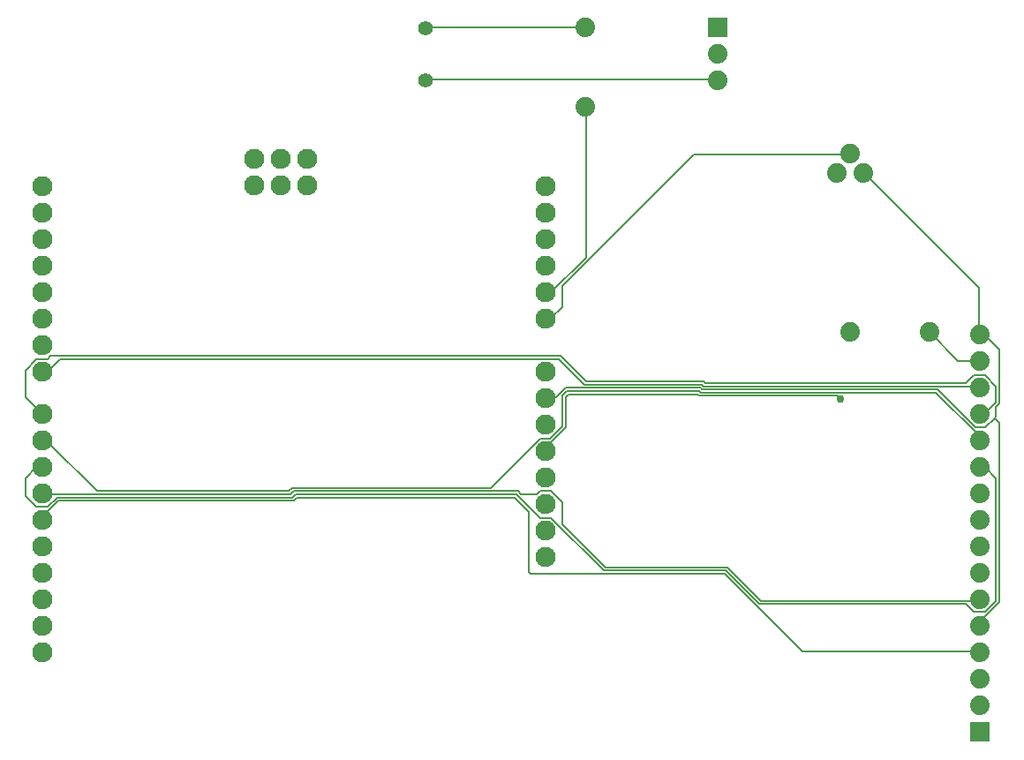
<source format=gbr>
G04 EAGLE Gerber RS-274X export*
G75*
%MOMM*%
%FSLAX34Y34*%
%LPD*%
%INTop Copper*%
%IPPOS*%
%AMOC8*
5,1,8,0,0,1.08239X$1,22.5*%
G01*
%ADD10C,1.930400*%
%ADD11R,1.879600X1.879600*%
%ADD12C,1.879600*%
%ADD13C,1.400000*%
%ADD14C,0.152400*%
%ADD15C,0.756400*%


D10*
X508000Y355600D03*
X508000Y381000D03*
X508000Y406400D03*
X508000Y431800D03*
X508000Y457200D03*
X508000Y482600D03*
X508000Y508000D03*
X508000Y533400D03*
X508000Y584200D03*
X508000Y609600D03*
X508000Y635000D03*
X508000Y660400D03*
X508000Y685800D03*
X508000Y711200D03*
X25400Y711200D03*
X25400Y685800D03*
X25400Y660400D03*
X25400Y635000D03*
X25400Y609600D03*
X25400Y584200D03*
X25400Y558800D03*
X25400Y533400D03*
X25400Y492760D03*
X25400Y467360D03*
X25400Y441960D03*
X25400Y416560D03*
X25400Y391160D03*
X25400Y365760D03*
X25400Y340360D03*
X25400Y314960D03*
X25400Y289560D03*
X25400Y264160D03*
X229100Y712600D03*
X229100Y738000D03*
X254500Y712600D03*
X254500Y738000D03*
X279900Y712600D03*
X279900Y738000D03*
D11*
X924500Y188000D03*
D12*
X924500Y213400D03*
X924500Y238800D03*
X924500Y264200D03*
X924500Y289600D03*
X924500Y315000D03*
X924500Y340400D03*
X924500Y365800D03*
X924500Y391200D03*
X924500Y416600D03*
X924500Y442000D03*
X924500Y467400D03*
X924500Y492800D03*
X924500Y518200D03*
X924500Y543600D03*
X924500Y569000D03*
D13*
X392900Y813200D03*
X392900Y863200D03*
D12*
X546100Y787400D03*
X546100Y863600D03*
X800100Y571500D03*
X876300Y571500D03*
X812800Y723900D03*
X800100Y742950D03*
X787400Y723900D03*
D11*
X672950Y863600D03*
D12*
X672950Y838200D03*
X672950Y812800D03*
D14*
X547116Y786384D02*
X547116Y643128D01*
X513588Y609600D01*
X508000Y609600D01*
X547116Y786384D02*
X546100Y787400D01*
X672084Y813816D02*
X393192Y813816D01*
X392900Y813200D01*
X672084Y813816D02*
X672950Y812800D01*
X509016Y461772D02*
X509016Y457200D01*
X509016Y461772D02*
X527304Y480060D01*
X527304Y509016D01*
X530352Y512064D01*
X653796Y512064D01*
X655320Y510540D01*
X787908Y510540D01*
X790956Y507492D01*
X509016Y457200D02*
X508000Y457200D01*
D15*
X790956Y507492D03*
D14*
X800100Y742188D02*
X650748Y742188D01*
X524256Y615696D01*
X524256Y595884D01*
X513588Y585216D01*
X509016Y585216D01*
X800100Y742188D02*
X800100Y742950D01*
X509016Y585216D02*
X508000Y584200D01*
X923544Y569976D02*
X923544Y614172D01*
X813816Y723900D01*
X923544Y569976D02*
X924500Y569000D01*
X813816Y723900D02*
X812800Y723900D01*
X518160Y509016D02*
X509016Y509016D01*
X518160Y509016D02*
X527304Y518160D01*
X656844Y518160D01*
X658368Y516636D01*
X883920Y516636D01*
X920496Y480060D01*
X929640Y480060D01*
X938784Y489204D02*
X940308Y490728D01*
X938784Y489204D02*
X929640Y480060D01*
X940308Y490728D02*
X940308Y499872D01*
X943356Y502920D01*
X943356Y554736D01*
X929640Y568452D01*
X925068Y568452D01*
X509016Y509016D02*
X508000Y508000D01*
X924500Y569000D02*
X925068Y568452D01*
X925068Y294132D02*
X925068Y291084D01*
X925068Y294132D02*
X943356Y312420D01*
X943356Y484632D01*
X938784Y489204D01*
X925068Y291084D02*
X924500Y289600D01*
X545592Y864108D02*
X393192Y864108D01*
X392900Y863200D01*
X545592Y864108D02*
X546100Y863600D01*
X903732Y544068D02*
X923544Y544068D01*
X903732Y544068D02*
X876300Y571500D01*
X923544Y544068D02*
X924500Y543600D01*
X923544Y519684D02*
X659892Y519684D01*
X658368Y521208D01*
X545592Y521208D01*
X521208Y545592D01*
X42672Y545592D01*
X30480Y533400D01*
X25400Y533400D01*
X923544Y519684D02*
X924500Y518200D01*
X923544Y265176D02*
X754380Y265176D01*
X679704Y339852D01*
X493776Y339852D01*
X492252Y341376D01*
X492252Y399288D01*
X478536Y413004D01*
X269748Y413004D01*
X266700Y409956D01*
X41148Y409956D01*
X25908Y394716D01*
X25908Y391668D01*
X923544Y265176D02*
X924500Y264200D01*
X25908Y391668D02*
X25400Y391160D01*
X714756Y313944D02*
X923544Y313944D01*
X714756Y313944D02*
X682752Y345948D01*
X565404Y345948D01*
X524256Y387096D01*
X524256Y408432D01*
X513588Y419100D01*
X502920Y419100D01*
X499872Y416052D01*
X484632Y416052D01*
X481584Y419100D01*
X266700Y419100D01*
X263652Y416052D01*
X25908Y416052D01*
X923544Y313944D02*
X924500Y315000D01*
X25908Y416052D02*
X25400Y416560D01*
X925068Y493776D02*
X929640Y493776D01*
X940308Y504444D01*
X940308Y519684D01*
X929640Y530352D01*
X918972Y530352D01*
X911352Y522732D01*
X661416Y522732D01*
X659892Y524256D01*
X547116Y524256D01*
X522732Y548640D01*
X33528Y548640D01*
X30480Y545592D01*
X19812Y545592D01*
X9144Y534924D01*
X9144Y509016D01*
X25400Y492760D01*
X924500Y492800D02*
X925068Y493776D01*
X923544Y472440D02*
X923544Y467868D01*
X923544Y472440D02*
X882396Y513588D01*
X656844Y513588D01*
X655320Y515112D01*
X528828Y515112D01*
X524256Y510540D01*
X524256Y481584D01*
X512064Y469392D01*
X502920Y469392D01*
X455676Y422148D01*
X265176Y422148D01*
X262128Y419100D01*
X77724Y419100D01*
X30480Y466344D01*
X25908Y466344D01*
X923544Y467868D02*
X924500Y467400D01*
X25908Y466344D02*
X25400Y467360D01*
X925068Y441960D02*
X929640Y441960D01*
X940308Y431292D01*
X940308Y313944D01*
X929640Y303276D01*
X918972Y303276D01*
X911352Y310896D01*
X713232Y310896D01*
X681228Y342900D01*
X563880Y342900D01*
X513588Y393192D01*
X502920Y393192D01*
X480060Y416052D01*
X268224Y416052D01*
X265176Y413004D01*
X39624Y413004D01*
X30480Y403860D01*
X19812Y403860D01*
X9144Y414528D01*
X9144Y431292D01*
X19812Y441960D01*
X25400Y441960D01*
X924500Y442000D02*
X925068Y441960D01*
M02*

</source>
